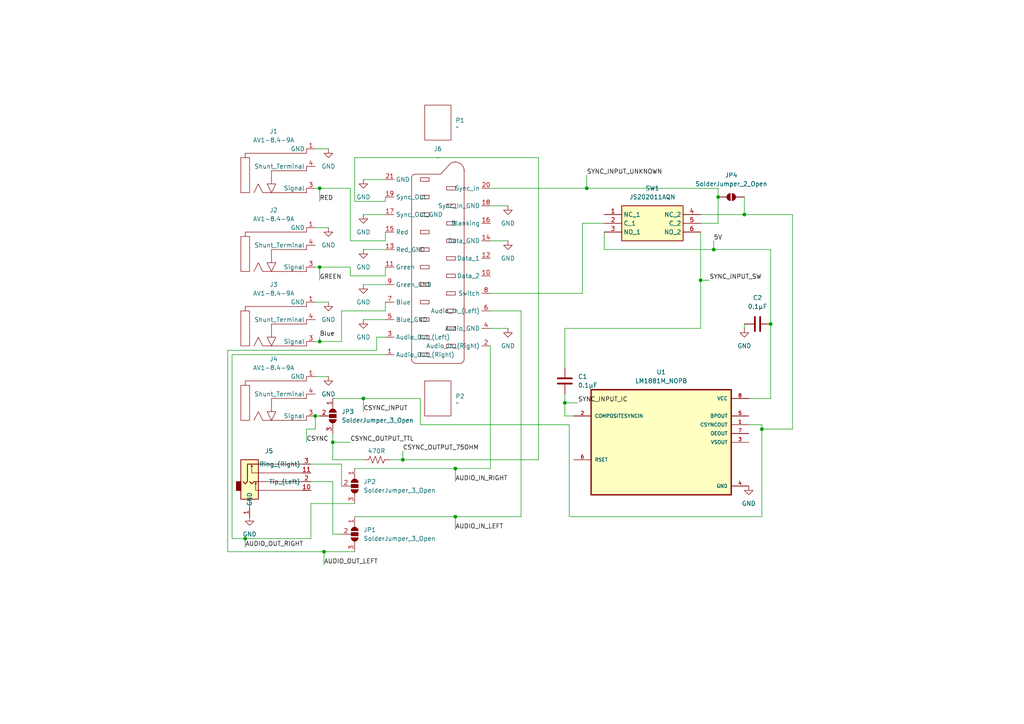
<source format=kicad_sch>
(kicad_sch (version 20250114) (generator "eeschema") (generator_version "9.0")
  (paper "A4")
  (lib_symbols
    (symbol "Custom_Connectors:1-RCA_972_(AV1-8.4-9A)"
      (property "Reference" "J" (at -17.018 8.89 0))
      (property "Value" "AV1-8.4-9A" (at -8.89 -5.588 0))
      (symbol "1-RCA_972_(AV1-8.4-9A)_0_1"
        (rectangle (start -21.59 6.35) (end -19.05 -3.81))
        (polyline (pts (xy -2.54 8.89) (xy -2.54 7.62)))
        (polyline (pts (xy -2.54 7.62) (xy -20.32 7.62) (xy -20.32 6.35)))
        (polyline (pts (xy -2.54 3.81) (xy -2.54 2.54)))
        (polyline (pts (xy -2.54 2.54) (xy -12.7 2.54) (xy -12.7 -1.27) (xy -13.97 -1.27) (xy -12.7 -3.81) (xy -11.43 -1.27) (xy -12.7 -1.27)))
        (polyline (pts (xy -2.54 -2.54) (xy -2.54 -3.81)))
        (polyline (pts (xy -2.54 -3.81) (xy -15.24 -3.81) (xy -16.51 -1.27) (xy -17.78 -3.81)))
      )
      (symbol "1-RCA_972_(AV1-8.4-9A)_1_1"
        (pin input line (at 0 8.89 180) (length 2.54) (name "GND") (number "1"))
        (pin input line (at 0 3.81 180) (length 2.54) (name "Shunt_Terminal") (number "4"))
        (pin input line (at 0 -2.54 180) (length 2.54) (name "Signal") (number "3"))
      )
    )
    (symbol "Custom_Connectors:Female_3.5mm_Stereo_SJ1-3525N"
      (property "Reference" "J" (at 0 0 0))
      (symbol "Female_3.5mm_Stereo_SJ1-3525N_0_1"
        (rectangle (start -7.62 6.35) (end -6.35 3.81) (stroke (width 0.254)) (fill (type outline)))
        (polyline (pts (xy -3.81 6.35) (xy -3.175 5.715) (xy -2.54 6.35) (xy -1.27 6.35)) (stroke (width 0.254)))
        (polyline (pts (xy -3.81 -1.27) (xy -3.81 1.27)))
        (polyline (pts (xy -3.175 11.176) (xy -2.921 10.668)))
        (polyline (pts (xy -2.032 6.096) (xy -1.778 5.588)))
        (rectangle (start -1.27 12.7) (end -6.35 1.27) (stroke (width 0.254)) (fill (type background)))
        (polyline (pts (xy -1.27 11.43) (xy -4.445 11.43) (xy -4.445 6.35) (xy -5.08 5.715) (xy -5.715 6.35)) (stroke (width 0.254)))
        (polyline (pts (xy -1.27 8.89) (xy 0 8.89)))
        (polyline (pts (xy -1.27 8.89) (xy -3.175 8.89) (xy -3.175 11.176) (xy -3.429 10.668)))
        (polyline (pts (xy -1.27 3.81) (xy 0 3.81)))
        (polyline (pts (xy -1.27 3.81) (xy -2.032 3.81) (xy -2.032 6.096) (xy -2.286 5.588)))
        (polyline (pts (xy 0 11.43) (xy -1.27 11.43)))
        (polyline (pts (xy 0 11.43) (xy 11.43 11.43)))
        (polyline (pts (xy 0 6.35) (xy -1.27 6.35)))
        (polyline (pts (xy 0 6.35) (xy 10.16 6.35)))
        (polyline (pts (xy 11.43 8.89) (xy 0 8.89)))
        (polyline (pts (xy 11.43 6.35) (xy 10.16 6.35)))
        (polyline (pts (xy 11.43 3.81) (xy 0 3.81)))
      )
      (symbol "Female_3.5mm_Stereo_SJ1-3525N_1_1"
        (pin passive line (at -3.81 -3.81 90) (length 2.54) (name "GND") (number "1"))
        (pin passive line (at 13.97 11.43 180) (length 2.54) (name "Ring_(Right)") (number "3"))
        (pin passive line (at 13.97 8.89 180) (length 2.54) (name "~") (number "11"))
        (pin passive line (at 13.97 6.35 180) (length 2.54) (name "Tip_(Left)") (number "2"))
        (pin passive line (at 13.97 3.81 180) (length 2.54) (name "~") (number "10"))
      )
    )
    (symbol "Custom_Connectors:SCART_Female_90"
      (property "Reference" "J" (at 0 0 0))
      (symbol "SCART_Female_90_0_1"
        (polyline (pts (xy -7.62 55.1434) (xy -7.62 56.4134)))
        (polyline (pts (xy -7.62 55.1434) (xy -7.62 54.61)))
        (polyline (pts (xy -7.62 53.34) (xy -7.62 54.61)))
        (polyline (pts (xy -7.62 53.34) (xy -7.62 3.81)))
        (polyline (pts (xy -6.604 57.4294) (xy 0.508 57.4294)))
        (arc (start -7.62 56.4134) (mid -7.3211 57.1305) (end -6.604 57.4294))
        (polyline (pts (xy -6.35 2.54) (xy 6.35 2.54)))
        (arc (start -6.35 2.54) (mid -7.248 2.912) (end -7.62 3.81))
        (rectangle (start -5.08 56.388) (end -2.54 55.372))
        (rectangle (start -5.08 51.308) (end -2.54 50.292))
        (rectangle (start -5.08 46.228) (end -2.54 45.212))
        (rectangle (start -5.08 41.148) (end -2.54 40.132))
        (rectangle (start -5.08 36.068) (end -2.54 35.052))
        (rectangle (start -5.08 30.988) (end -2.54 29.972))
        (rectangle (start -5.08 25.908) (end -2.54 24.892))
        (rectangle (start -5.08 20.828) (end -2.54 19.812))
        (rectangle (start -5.08 15.748) (end -2.54 14.732))
        (rectangle (start -5.08 10.668) (end -2.54 9.652))
        (rectangle (start -5.08 5.588) (end -2.54 4.572))
        (arc (start 1.2192 57.9374) (mid 0.9551 57.5487) (end 0.508 57.404))
        (rectangle (start 2.54 53.848) (end 5.08 52.832))
        (rectangle (start 2.54 48.768) (end 5.08 47.752))
        (rectangle (start 2.54 43.688) (end 5.08 42.672))
        (rectangle (start 2.54 38.608) (end 5.08 37.592))
        (rectangle (start 2.54 33.528) (end 5.08 32.512))
        (rectangle (start 2.54 28.448) (end 5.08 27.432))
        (rectangle (start 2.54 23.368) (end 5.08 22.352))
        (rectangle (start 2.54 18.288) (end 5.08 17.272))
        (rectangle (start 2.54 13.208) (end 5.08 12.192))
        (rectangle (start 2.54 8.128) (end 5.08 7.112))
        (polyline (pts (xy 3.302 60.198) (xy 1.27 57.912)))
        (arc (start 3.3782 60.1726) (mid 3.9998 60.7544) (end 4.826 60.96))
        (polyline (pts (xy 4.826 60.96) (xy 5.08 60.96)))
        (arc (start 5.08 60.96) (mid 6.8761 60.2161) (end 7.62 58.42))
        (arc (start 7.62 3.81) (mid 7.248 2.912) (end 6.35 2.54))
        (polyline (pts (xy 7.62 3.81) (xy 7.62 58.6994)))
      )
      (symbol "SCART_Female_90_1_1"
        (pin passive line (at -15.24 55.88 0) (length 2.54) (name "GND") (number "21"))
        (pin passive line (at -15.24 50.8 0) (length 2.54) (name "Sync_Out") (number "19"))
        (pin passive line (at -15.24 45.72 0) (length 2.54) (name "Sync_Out_GND") (number "17"))
        (pin passive line (at -15.24 40.64 0) (length 2.54) (name "Red") (number "15"))
        (pin passive line (at -15.24 35.56 0) (length 2.54) (name "Red_GND") (number "13"))
        (pin passive line (at -15.24 30.48 0) (length 2.54) (name "Green") (number "11"))
        (pin passive line (at -15.24 25.4 0) (length 2.54) (name "Green_GND") (number "9"))
        (pin passive line (at -15.24 20.32 0) (length 2.54) (name "Blue") (number "7"))
        (pin passive line (at -15.24 15.24 0) (length 2.54) (name "Blue_GND") (number "5"))
        (pin passive line (at -15.24 10.16 0) (length 2.54) (name "Audio_Out_(Left)") (number "3"))
        (pin passive line (at -15.24 5.08 0) (length 2.54) (name "Audio_Out_(Right)") (number "1"))
        (pin passive line (at 15.24 53.34 180) (length 2.54) (name "Sync_In") (number "20"))
        (pin passive line (at 15.24 48.26 180) (length 2.54) (name "Sync_In_GND") (number "18"))
        (pin passive line (at 15.24 43.18 180) (length 2.54) (name "Blanking") (number "16"))
        (pin passive line (at 15.24 38.1 180) (length 2.54) (name "Data_GND") (number "14"))
        (pin passive line (at 15.24 33.02 180) (length 2.54) (name "Data_1") (number "12"))
        (pin passive line (at 15.24 27.94 180) (length 2.54) (name "Data_2") (number "10"))
        (pin passive line (at 15.24 22.86 180) (length 2.54) (name "Switch") (number "8"))
        (pin passive line (at 15.24 17.78 180) (length 2.54) (name "Audio_In_(Left)") (number "6"))
        (pin passive line (at 15.24 12.7 180) (length 2.54) (name "Audio_GND") (number "4"))
        (pin passive line (at 15.24 7.62 180) (length 2.54) (name "Audio_In_(Right)") (number "2"))
      )
    )
    (symbol "Custom_Hardware:PEM_M4_Post_SMTRAM4-9-7ET"
      (property "Reference" "P" (at 0 0 0))
      (symbol "PEM_M4_Post_SMTRAM4-9-7ET_0_1"
        (rectangle (start -3.81 5.08) (end 3.81 -5.08))
      )
    )
    (symbol "Custom_IC:LM1881M_NOPB" (pin_names (offset 1.016))
      (property "Reference" "U" (at -20.32 16.24 0))
      (property "Value" "LM1881M_NOPB" (at -9.144 -23.114 0))
      (symbol "LM1881M_NOPB_0_0"
        (rectangle (start -20.32 -15.24) (end 20.32 15.24) (stroke (width 0.41)) (fill (type background)))
        (pin input line (at -25.4 7.62 0) (length 5.08) (name "COMPOSITESYNCIN") (number "2"))
        (pin bidirectional line (at -25.4 -5.08 0) (length 5.08) (name "RSET") (number "6"))
        (pin power_in line (at 25.4 12.7 180) (length 5.08) (name "VCC") (number "8"))
        (pin output line (at 25.4 7.62 180) (length 5.08) (name "BPOUT") (number "5"))
        (pin output line (at 25.4 5.08 180) (length 5.08) (name "CSYNCOUT") (number "1"))
        (pin output line (at 25.4 2.54 180) (length 5.08) (name "OEOUT") (number "7"))
        (pin output line (at 25.4 0 180) (length 5.08) (name "VSOUT") (number "3"))
        (pin power_in line (at 25.4 -12.7 180) (length 5.08) (name "GND") (number "4"))
      )
    )
    (symbol "Custom_Switches:JS202011AQN"
      (property "Reference" "SW" (at 24.13 7.62 0))
      (property "Value" "JS202011AQN" (at 24.13 5.08 0))
      (symbol "JS202011AQN_1_1"
        (rectangle (start 5.08 2.54) (end 22.86 -7.62) (stroke (width 0.254)) (fill (type background)))
        (pin passive line (at 0 0 0) (length 5.08) (name "NC_1") (number "1"))
        (pin passive line (at 0 -2.54 0) (length 5.08) (name "C_1") (number "2"))
        (pin passive line (at 0 -5.08 0) (length 5.08) (name "NO_1") (number "3"))
        (pin passive line (at 27.94 0 180) (length 5.08) (name "NC_2") (number "4"))
        (pin passive line (at 27.94 -2.54 180) (length 5.08) (name "C_2") (number "5"))
        (pin passive line (at 27.94 -5.08 180) (length 5.08) (name "NO_2") (number "6"))
      )
    )
    (symbol "Device:C" (pin_numbers (hide yes)) (pin_names (offset 0.254))
      (property "Reference" "C" (at 0.635 2.54 0))
      (property "Value" "C" (at 0.635 -2.54 0))
      (symbol "C_0_1"
        (polyline (pts (xy -2.032 0.762) (xy 2.032 0.762)) (stroke (width 0.508)))
        (polyline (pts (xy -2.032 -0.762) (xy 2.032 -0.762)) (stroke (width 0.508)))
      )
      (symbol "C_1_1"
        (pin passive line (at 0 3.81 270) (length 2.794) (name "~") (number "1"))
        (pin passive line (at 0 -3.81 90) (length 2.794) (name "~") (number "2"))
      )
    )
    (symbol "Device:R_US" (pin_numbers (hide yes)) (pin_names (offset 0))
      (property "Reference" "R" (at 2.54 0 90))
      (property "Value" "R_US" (at -2.54 0 90))
      (symbol "R_US_0_1"
        (polyline (pts (xy 0 2.286) (xy 0 2.54)))
        (polyline (pts (xy 0 2.286) (xy 1.016 1.905) (xy 0 1.524) (xy -1.016 1.143) (xy 0 0.762)))
        (polyline (pts (xy 0 0.762) (xy 1.016 0.381) (xy 0 0) (xy -1.016 -0.381) (xy 0 -0.762)))
        (polyline (pts (xy 0 -0.762) (xy 1.016 -1.143) (xy 0 -1.524) (xy -1.016 -1.905) (xy 0 -2.286)))
        (polyline (pts (xy 0 -2.286) (xy 0 -2.54)))
      )
      (symbol "R_US_1_1"
        (pin passive line (at 0 3.81 270) (length 1.27) (name "~") (number "1"))
        (pin passive line (at 0 -3.81 90) (length 1.27) (name "~") (number "2"))
      )
    )
    (symbol "Jumper:SolderJumper_2_Open" (pin_numbers (hide yes)) (pin_names (offset 0) (hide yes)) (exclude_from_sim yes) (in_bom no)
      (property "Reference" "JP" (at 0 2.032 0))
      (property "Value" "SolderJumper_2_Open" (at 0 -2.54 0))
      (symbol "SolderJumper_2_Open_0_1"
        (polyline (pts (xy -0.254 1.016) (xy -0.254 -1.016)))
        (arc (start -0.254 -1.016) (mid -1.2656 0) (end -0.254 1.016))
        (arc (start -0.254 -1.016) (mid -1.2656 0) (end -0.254 1.016) (fill (type outline)))
        (arc (start 0.254 1.016) (mid 1.2656 0) (end 0.254 -1.016))
        (arc (start 0.254 1.016) (mid 1.2656 0) (end 0.254 -1.016) (fill (type outline)))
        (polyline (pts (xy 0.254 1.016) (xy 0.254 -1.016)))
      )
      (symbol "SolderJumper_2_Open_1_1"
        (pin passive line (at -3.81 0 0) (length 2.54) (name "A") (number "1"))
        (pin passive line (at 3.81 0 180) (length 2.54) (name "B") (number "2"))
      )
    )
    (symbol "Jumper:SolderJumper_3_Open" (pin_names (offset 0) (hide yes)) (exclude_from_sim yes) (in_bom no)
      (property "Reference" "JP" (at -2.54 -2.54 0))
      (property "Value" "SolderJumper_3_Open" (at 0 2.794 0))
      (symbol "SolderJumper_3_Open_0_1"
        (polyline (pts (xy -2.54 0) (xy -2.032 0)))
        (polyline (pts (xy -1.016 1.016) (xy -1.016 -1.016)))
        (arc (start -1.016 -1.016) (mid -2.0276 0) (end -1.016 1.016))
        (arc (start -1.016 -1.016) (mid -2.0276 0) (end -1.016 1.016) (fill (type outline)))
        (rectangle (start -0.508 1.016) (end 0.508 -1.016) (fill (type outline)))
        (polyline (pts (xy 0 -1.27) (xy 0 -1.016)))
        (arc (start 1.016 1.016) (mid 2.0276 0) (end 1.016 -1.016))
        (arc (start 1.016 1.016) (mid 2.0276 0) (end 1.016 -1.016) (fill (type outline)))
        (polyline (pts (xy 1.016 1.016) (xy 1.016 -1.016)))
        (polyline (pts (xy 2.54 0) (xy 2.032 0)))
      )
      (symbol "SolderJumper_3_Open_1_1"
        (pin passive line (at -5.08 0 0) (length 2.54) (name "A") (number "1"))
        (pin passive line (at 0 -3.81 90) (length 2.54) (name "C") (number "2"))
        (pin passive line (at 5.08 0 180) (length 2.54) (name "B") (number "3"))
      )
    )
    (symbol "power:GND" (power) (pin_numbers (hide yes)) (pin_names (offset 0) (hide yes))
      (property "Value" "GND" (at 0 -3.81 0))
      (symbol "GND_0_1"
        (polyline (pts (xy 0 0) (xy 0 -1.27) (xy 1.27 -1.27) (xy 0 -2.54) (xy -1.27 -1.27) (xy 0 -1.27)))
      )
      (symbol "GND_1_1"
        (pin power_in line (at 0 0 270) (length 0) (name "~") (number "1"))
      )
    )
  )
  (junction (at 93.98 160.02))
  (junction (at 92.71 54.61))
  (junction (at 71.12 156.21))
  (junction (at 132.08 149.86))
  (junction (at 92.71 77.47))
  (junction (at 163.83 116.84))
  (junction (at 220.98 124.46))
  (junction (at 203.2 81.28))
  (junction (at 208.28 57.15))
  (junction (at 92.71 99.06))
  (junction (at 105.41 115.57))
  (junction (at 207.01 72.39))
  (junction (at 96.52 128.27))
  (junction (at 132.08 135.89))
  (junction (at 170.18 54.61))
  (junction (at 223.52 93.98))
  (junction (at 116.84 133.35))
  (junction (at 215.9 62.23))
  (junction (at 91.44 120.65))
  (wire (pts (xy 71.12 156.21) (xy 71.12 158.75)))
  (wire (pts (xy 111.76 58.42) (xy 111.76 57.15)))
  (wire (pts (xy 111.76 90.17) (xy 111.76 87.63)))
  (wire (pts (xy 99.06 90.17) (xy 99.06 99.06)))
  (wire (pts (xy 163.83 95.25) (xy 203.2 95.25)))
  (wire (pts (xy 156.21 45.72) (xy 102.87 45.72)))
  (wire (pts (xy 101.6 80.01) (xy 101.6 77.47)))
  (wire (pts (xy 105.41 115.57) (xy 105.41 119.38)))
  (wire (pts (xy 121.92 123.19) (xy 121.92 115.57)))
  (wire (pts (xy 142.24 90.17) (xy 151.13 90.17)))
  (wire (pts (xy 92.71 54.61) (xy 101.6 54.61)))
  (wire (pts (xy 92.71 77.47) (xy 91.44 77.47)))
  (wire (pts (xy 88.9 124.46) (xy 91.44 124.46)))
  (wire (pts (xy 90.17 139.7) (xy 96.52 139.7)))
  (wire (pts (xy 96.52 128.27) (xy 101.6 128.27)))
  (wire (pts (xy 220.98 123.19) (xy 217.17 123.19)))
  (wire (pts (xy 223.52 115.57) (xy 223.52 93.98)))
  (wire (pts (xy 229.87 62.23) (xy 229.87 124.46)))
  (wire (pts (xy 113.03 133.35) (xy 116.84 133.35)))
  (wire (pts (xy 203.2 95.25) (xy 203.2 81.28)))
  (wire (pts (xy 71.12 156.21) (xy 90.17 156.21)))
  (wire (pts (xy 105.41 92.71) (xy 111.76 92.71)))
  (wire (pts (xy 96.52 133.35) (xy 105.41 133.35)))
  (wire (pts (xy 105.41 62.23) (xy 111.76 62.23)))
  (wire (pts (xy 203.2 81.28) (xy 205.74 81.28)))
  (wire (pts (xy 132.08 149.86) (xy 151.13 149.86)))
  (wire (pts (xy 105.41 115.57) (xy 96.52 115.57)))
  (wire (pts (xy 66.04 101.6) (xy 66.04 160.02)))
  (wire (pts (xy 207.01 72.39) (xy 175.26 72.39)))
  (wire (pts (xy 220.98 124.46) (xy 220.98 123.19)))
  (wire (pts (xy 92.71 54.61) (xy 92.71 58.42)))
  (wire (pts (xy 116.84 133.35) (xy 156.21 133.35)))
  (wire (pts (xy 91.44 120.65) (xy 92.71 120.65)))
  (wire (pts (xy 156.21 133.35) (xy 156.21 45.72)))
  (wire (pts (xy 99.06 99.06) (xy 92.71 99.06)))
  (wire (pts (xy 163.83 114.3) (xy 163.83 116.84)))
  (wire (pts (xy 111.76 67.31) (xy 111.76 69.85)))
  (wire (pts (xy 93.98 163.83) (xy 93.98 160.02)))
  (wire (pts (xy 93.98 160.02) (xy 102.87 160.02)))
  (wire (pts (xy 208.28 64.77) (xy 203.2 64.77)))
  (wire (pts (xy 96.52 128.27) (xy 96.52 133.35)))
  (wire (pts (xy 102.87 149.86) (xy 132.08 149.86)))
  (wire (pts (xy 91.44 124.46) (xy 91.44 120.65)))
  (wire (pts (xy 102.87 135.89) (xy 132.08 135.89)))
  (wire (pts (xy 132.08 135.89) (xy 142.24 135.89)))
  (wire (pts (xy 102.87 45.72) (xy 102.87 58.42)))
  (wire (pts (xy 109.22 101.6) (xy 66.04 101.6)))
  (wire (pts (xy 101.6 69.85) (xy 101.6 54.61)))
  (wire (pts (xy 142.24 59.69) (xy 147.32 59.69)))
  (wire (pts (xy 163.83 116.84) (xy 163.83 120.65)))
  (wire (pts (xy 91.44 43.18) (xy 95.25 43.18)))
  (wire (pts (xy 168.91 64.77) (xy 175.26 64.77)))
  (wire (pts (xy 91.44 87.63) (xy 95.25 87.63)))
  (wire (pts (xy 223.52 115.57) (xy 217.17 115.57)))
  (wire (pts (xy 121.92 115.57) (xy 105.41 115.57)))
  (wire (pts (xy 165.1 149.86) (xy 220.98 149.86)))
  (wire (pts (xy 175.26 72.39) (xy 175.26 67.31)))
  (wire (pts (xy 203.2 81.28) (xy 203.2 67.31)))
  (wire (pts (xy 111.76 102.87) (xy 67.31 102.87)))
  (wire (pts (xy 220.98 149.86) (xy 220.98 124.46)))
  (wire (pts (xy 67.31 102.87) (xy 67.31 156.21)))
  (wire (pts (xy 90.17 146.05) (xy 102.87 146.05)))
  (wire (pts (xy 142.24 85.09) (xy 168.91 85.09)))
  (wire (pts (xy 101.6 77.47) (xy 92.71 77.47)))
  (wire (pts (xy 223.52 93.98) (xy 223.52 72.39)))
  (wire (pts (xy 163.83 106.68) (xy 163.83 95.25)))
  (wire (pts (xy 170.18 50.8) (xy 170.18 54.61)))
  (wire (pts (xy 96.52 154.94) (xy 96.52 139.7)))
  (wire (pts (xy 121.92 123.19) (xy 165.1 123.19)))
  (wire (pts (xy 111.76 90.17) (xy 99.06 90.17)))
  (wire (pts (xy 215.9 62.23) (xy 203.2 62.23)))
  (wire (pts (xy 111.76 77.47) (xy 111.76 80.01)))
  (wire (pts (xy 132.08 153.67) (xy 132.08 149.86)))
  (wire (pts (xy 142.24 100.33) (xy 142.24 135.89)))
  (wire (pts (xy 67.31 156.21) (xy 71.12 156.21)))
  (wire (pts (xy 90.17 134.62) (xy 99.06 134.62)))
  (wire (pts (xy 170.18 54.61) (xy 208.28 54.61)))
  (wire (pts (xy 111.76 80.01) (xy 101.6 80.01)))
  (wire (pts (xy 92.71 99.06) (xy 91.44 99.06)))
  (wire (pts (xy 111.76 97.79) (xy 109.22 97.79)))
  (wire (pts (xy 215.9 93.98) (xy 215.9 95.25)))
  (wire (pts (xy 142.24 95.25) (xy 147.32 95.25)))
  (wire (pts (xy 142.24 54.61) (xy 170.18 54.61)))
  (wire (pts (xy 208.28 57.15) (xy 208.28 64.77)))
  (wire (pts (xy 116.84 130.81) (xy 116.84 133.35)))
  (wire (pts (xy 165.1 123.19) (xy 165.1 149.86)))
  (wire (pts (xy 215.9 57.15) (xy 215.9 62.23)))
  (wire (pts (xy 99.06 140.97) (xy 99.06 134.62)))
  (wire (pts (xy 92.71 77.47) (xy 92.71 81.28)))
  (wire (pts (xy 168.91 85.09) (xy 168.91 64.77)))
  (wire (pts (xy 109.22 97.79) (xy 109.22 101.6)))
  (wire (pts (xy 105.41 72.39) (xy 111.76 72.39)))
  (wire (pts (xy 92.71 97.79) (xy 92.71 99.06)))
  (wire (pts (xy 90.17 156.21) (xy 90.17 146.05)))
  (wire (pts (xy 132.08 135.89) (xy 132.08 139.7)))
  (wire (pts (xy 207.01 69.85) (xy 207.01 72.39)))
  (wire (pts (xy 111.76 69.85) (xy 101.6 69.85)))
  (wire (pts (xy 105.41 52.07) (xy 111.76 52.07)))
  (wire (pts (xy 223.52 72.39) (xy 207.01 72.39)))
  (wire (pts (xy 66.04 160.02) (xy 93.98 160.02)))
  (wire (pts (xy 88.9 128.27) (xy 88.9 124.46)))
  (wire (pts (xy 91.44 66.04) (xy 95.25 66.04)))
  (wire (pts (xy 96.52 125.73) (xy 96.52 128.27)))
  (wire (pts (xy 166.37 120.65) (xy 163.83 120.65)))
  (wire (pts (xy 91.44 109.22) (xy 95.25 109.22)))
  (wire (pts (xy 99.06 154.94) (xy 96.52 154.94)))
  (wire (pts (xy 102.87 58.42) (xy 111.76 58.42)))
  (wire (pts (xy 220.98 124.46) (xy 229.87 124.46)))
  (wire (pts (xy 105.41 82.55) (xy 111.76 82.55)))
  (wire (pts (xy 142.24 69.85) (xy 147.32 69.85)))
  (wire (pts (xy 229.87 62.23) (xy 215.9 62.23)))
  (wire (pts (xy 91.44 54.61) (xy 92.71 54.61)))
  (wire (pts (xy 163.83 116.84) (xy 167.64 116.84)))
  (wire (pts (xy 208.28 54.61) (xy 208.28 57.15)))
  (wire (pts (xy 151.13 90.17) (xy 151.13 149.86)))
  (label "AUDIO_OUT_RIGHT" (at 71.12 158.75 0))
  (label "SYNC_INPUT_IC" (at 167.64 116.84 0))
  (label "CSYNC" (at 88.9 128.27 0))
  (label "SYNC_INPUT_SW" (at 205.74 81.28 0))
  (label "AUDIO_OUT_LEFT" (at 93.98 163.83 0))
  (label "GREEN" (at 92.71 81.28 0))
  (label "CSYNC_OUTPUT_TTL" (at 101.6 128.27 0))
  (label "CSYNC_OUTPUT_75OHM" (at 116.84 130.81 0))
  (label "RED" (at 92.71 58.42 0))
  (label "AUDIO_IN_LEFT" (at 132.08 153.67 0))
  (label "AUDIO_IN_RIGHT" (at 132.08 139.7 0))
  (label "SYNC_INPUT_UNKNOWN" (at 170.18 50.8 0))
  (label "5V" (at 207.01 69.85 0))
  (label "Blue" (at 92.71 97.79 0))
  (label "CSYNC_INPUT" (at 105.41 119.38 0))
  (symbol (lib_id "power:GND") (at 105.41 62.23 0) (unit 1)
    (property "Reference" "#PWR07" (effects (hide yes)))
    (property "Value" "GND" (at 105.41 67.31 0))
    (property "Description" "Power symbol creates a global label with name \"GND\" , ground" (effects (hide yes)))
  )
  (symbol (lib_id "power:GND") (at 105.41 82.55 0) (unit 1)
    (property "Reference" "#PWR012" (effects (hide yes)))
    (property "Value" "GND" (at 105.41 87.63 0))
    (property "Description" "Power symbol creates a global label with name \"GND\" , ground" (effects (hide yes)))
  )
  (symbol (lib_id "power:GND") (at 105.41 52.07 0) (unit 1)
    (property "Reference" "#PWR06" (effects (hide yes)))
    (property "Value" "GND" (at 105.41 57.15 0))
    (property "Description" "Power symbol creates a global label with name \"GND\" , ground" (effects (hide yes)))
  )
  (symbol (lib_id "Device:C") (at 219.71 93.98 90) (unit 1)
    (property "Reference" "C2" (at 219.71 86.36 90))
    (property "Value" "0.1µF" (at 219.71 88.9 90))
    (property "Footprint" "Capacitor_SMD:C_0805_2012Metric_Pad1.18x1.45mm_HandSolder" (effects (hide yes)))
    (property "Description" "Unpolarized capacitor" (effects (hide yes)))
  )
  (symbol (lib_id "Custom_Connectors:1-RCA_972_(AV1-8.4-9A)") (at 91.44 118.11 0) (unit 1)
    (property "Reference" "J4" (at 79.375 104.14 0))
    (property "Value" "AV1-8.4-9A" (at 79.375 106.68 0))
    (property "Footprint" "Custom_Connectors:1-RCA 972 (AV1-8.4-91)" (effects (hide yes)))
    (property "Datasheet" "https://www.keyelco.com/userAssets/file/M65p106.pdf" (effects (hide yes)))
  )
  (symbol (lib_id "Custom_Connectors:1-RCA_972_(AV1-8.4-9A)") (at 91.44 96.52 0) (unit 1)
    (property "Reference" "J3" (at 79.375 82.55 0))
    (property "Value" "AV1-8.4-9A" (at 79.375 85.09 0))
    (property "Footprint" "Custom_Connectors:1-RCA 972 (AV1-8.4-91)" (effects (hide yes)))
    (property "Datasheet" "https://www.keyelco.com/userAssets/file/M65p106.pdf" (effects (hide yes)))
  )
  (symbol (lib_id "power:GND") (at 95.25 109.22 0) (unit 1)
    (property "Reference" "#PWR01" (effects (hide yes)))
    (property "Value" "GND" (at 95.25 114.3 0))
    (property "Description" "Power symbol creates a global label with name \"GND\" , ground" (effects (hide yes)))
  )
  (symbol (lib_id "Custom_Hardware:PEM_M4_Post_SMTRAM4-9-7ET") (at 127 115.57 0) (unit 1)
    (property "Reference" "P2" (at 132.08 114.9349 0) (effects (justify left)))
    (property "Value" "~" (at 132.08 116.84 0) (effects (justify left)))
    (property "Footprint" "Custom_Hardware:PEM M4 Post SMTRAM4-9-7ET" (effects (hide yes)))
  )
  (symbol (lib_id "power:GND") (at 95.25 87.63 0) (unit 1)
    (property "Reference" "#PWR09" (effects (hide yes)))
    (property "Value" "GND" (at 95.25 92.71 0))
    (property "Description" "Power symbol creates a global label with name \"GND\" , ground" (effects (hide yes)))
  )
  (symbol (lib_id "power:GND") (at 72.39 149.86 0) (unit 1)
    (property "Reference" "#PWR013" (effects (hide yes)))
    (property "Value" "GND" (at 72.39 154.94 0))
    (property "Description" "Power symbol creates a global label with name \"GND\" , ground" (effects (hide yes)))
  )
  (symbol (lib_id "Device:R_US") (at 109.22 133.35 90) (unit 1)
    (property "Reference" "R1" (effects (hide yes)))
    (property "Value" "470R" (at 109.22 130.81 90))
    (property "Footprint" "Resistor_SMD:R_0805_2012Metric_Pad1.20x1.40mm_HandSolder" (effects (hide yes)))
    (property "Description" "Resistor, US symbol" (effects (hide yes)))
  )
  (symbol (lib_id "Custom_Switches:JS202011AQN") (at 175.26 62.23 0) (unit 1)
    (property "Reference" "SW1" (at 189.23 54.61 0))
    (property "Value" "JS202011AQN" (at 189.23 57.15 0))
    (property "Footprint" "Custom_Switches:JS202011AQN" (effects (hide yes)))
    (property "Datasheet" "https://www.ckswitches.com/media/1422/js.pdf" (effects (hide yes)))
    (property "Description" "SWITCH SLIDE SPDT 300MA 6V" (effects (hide yes)))
    (property "Height" "3" (effects (hide yes)))
    (property "Mouser Part Number" "611-JS202011AQN" (effects (hide yes)))
    (property "Mouser Price/Stock" "https://www.mouser.co.uk/ProductDetail/CK/JS202011AQN?qs=LgMIjt8LuD%252Bmsz6wAeWWtQ%3D%3D" (effects (hide yes)))
    (property "Manufacturer_Name" "C & K COMPONENTS" (effects (hide yes)))
    (property "Manufacturer_Part_Number" "JS202011AQN" (effects (hide yes)))
  )
  (symbol (lib_id "power:GND") (at 147.32 69.85 0) (unit 1)
    (property "Reference" "#PWR03" (effects (hide yes)))
    (property "Value" "GND" (at 147.32 74.93 0))
    (property "Description" "Power symbol creates a global label with name \"GND\" , ground" (effects (hide yes)))
  )
  (symbol (lib_id "power:GND") (at 217.17 140.97 0) (unit 1)
    (property "Reference" "#PWR014" (effects (hide yes)))
    (property "Value" "GND" (at 217.17 146.05 0))
    (property "Description" "Power symbol creates a global label with name \"GND\" , ground" (effects (hide yes)))
  )
  (symbol (lib_id "power:GND") (at 95.25 66.04 0) (unit 1)
    (property "Reference" "#PWR010" (effects (hide yes)))
    (property "Value" "GND" (at 95.25 71.12 0))
    (property "Description" "Power symbol creates a global label with name \"GND\" , ground" (effects (hide yes)))
  )
  (symbol (lib_id "Jumper:SolderJumper_3_Open") (at 102.87 154.94 270) (unit 1) (exclude_from_sim yes) (in_bom no)
    (property "Reference" "JP1" (at 105.41 153.6699 90) (effects (justify left)))
    (property "Value" "SolderJumper_3_Open" (at 105.41 156.2099 90) (effects (justify left)))
    (property "Footprint" "Custom_Jumpers:Solder Jumper Small 3-Way" (effects (hide yes)))
    (property "Description" "Solder Jumper, 3-pole, open" (effects (hide yes)))
  )
  (symbol (lib_id "power:GND") (at 95.25 43.18 0) (unit 1)
    (property "Reference" "#PWR011" (effects (hide yes)))
    (property "Value" "GND" (at 95.25 48.26 0))
    (property "Description" "Power symbol creates a global label with name \"GND\" , ground" (effects (hide yes)))
  )
  (symbol (lib_id "power:GND") (at 105.41 92.71 0) (unit 1)
    (property "Reference" "#PWR08" (effects (hide yes)))
    (property "Value" "GND" (at 105.41 97.79 0))
    (property "Description" "Power symbol creates a global label with name \"GND\" , ground" (effects (hide yes)))
  )
  (symbol (lib_id "Jumper:SolderJumper_3_Open") (at 102.87 140.97 270) (unit 1) (exclude_from_sim yes) (in_bom no)
    (property "Reference" "JP2" (at 105.41 139.6999 90) (effects (justify left)))
    (property "Value" "SolderJumper_3_Open" (at 105.41 142.2399 90) (effects (justify left)))
    (property "Footprint" "Custom_Jumpers:Solder Jumper Small 3-Way" (effects (hide yes)))
    (property "Description" "Solder Jumper, 3-pole, open" (effects (hide yes)))
  )
  (symbol (lib_id "Custom_Hardware:PEM_M4_Post_SMTRAM4-9-7ET") (at 127 35.56 0) (unit 1)
    (property "Reference" "P1" (at 132.08 34.9249 0) (effects (justify left)))
    (property "Value" "~" (at 132.08 36.83 0) (effects (justify left)))
    (property "Footprint" "Custom_Hardware:PEM M4 Post SMTRAM4-9-7ET" (effects (hide yes)))
  )
  (symbol (lib_id "power:GND") (at 215.9 95.25 0) (unit 1)
    (property "Reference" "#PWR015" (effects (hide yes)))
    (property "Value" "GND" (at 215.9 100.33 0))
    (property "Description" "Power symbol creates a global label with name \"GND\" , ground" (effects (hide yes)))
  )
  (symbol (lib_id "Custom_Connectors:SCART_Female_90") (at 127 107.95 0) (unit 1)
    (property "Reference" "J6" (at 127 43.18 0))
    (property "Value" "~" (at 127 45.72 0))
    (property "Footprint" "Custom_Connectors:Female_SCART_(90)" (effects (hide yes)))
  )
  (symbol (lib_id "power:GND") (at 147.32 59.69 0) (unit 1)
    (property "Reference" "#PWR02" (effects (hide yes)))
    (property "Value" "GND" (at 147.32 64.77 0))
    (property "Description" "Power symbol creates a global label with name \"GND\" , ground" (effects (hide yes)))
  )
  (symbol (lib_id "Custom_Connectors:1-RCA_972_(AV1-8.4-9A)") (at 91.44 74.93 0) (unit 1)
    (property "Reference" "J2" (at 79.375 60.96 0))
    (property "Value" "AV1-8.4-9A" (at 79.375 63.5 0))
    (property "Footprint" "Custom_Connectors:1-RCA 972 (AV1-8.4-91)" (effects (hide yes)))
    (property "Datasheet" "https://www.keyelco.com/userAssets/file/M65p106.pdf" (effects (hide yes)))
  )
  (symbol (lib_id "power:GND") (at 105.41 72.39 0) (unit 1)
    (property "Reference" "#PWR05" (effects (hide yes)))
    (property "Value" "GND" (at 105.41 77.47 0))
    (property "Description" "Power symbol creates a global label with name \"GND\" , ground" (effects (hide yes)))
  )
  (symbol (lib_id "Jumper:SolderJumper_2_Open") (at 212.09 57.15 0) (unit 1) (exclude_from_sim yes) (in_bom no)
    (property "Reference" "JP4" (at 212.09 50.8 0))
    (property "Value" "SolderJumper_2_Open" (at 212.09 53.34 0))
    (property "Footprint" "Custom_Jumpers:Jumper Small (1.5x1mm)" (effects (hide yes)))
    (property "Description" "Solder Jumper, 2-pole, open" (effects (hide yes)))
  )
  (symbol (lib_id "Custom_Connectors:Female_3.5mm_Stereo_SJ1-3525N") (at 76.2 146.05 0) (unit 1)
    (property "Reference" "J5" (at 78.0415 130.81 0))
    (property "Footprint" "Custom_Connectors:Female_Stereo_3.5mm_SJ1-3525N" (effects (hide yes)))
  )
  (symbol (lib_id "Custom_IC:LM1881M_NOPB") (at 191.77 128.27 0) (unit 1)
    (property "Reference" "U1" (at 191.77 107.95 0))
    (property "Value" "LM1881M_NOPB" (at 191.77 110.49 0))
    (property "Footprint" "Custom_IC:LM1881M" (effects (hide yes)))
    (property "MF" "Texas Instruments" (effects (hide yes)))
    (property "Package" "SOIC-8 Texas Instruments" (effects (hide yes)))
    (property "MP" "LM1881M/NOPB" (effects (hide yes)))
  )
  (symbol (lib_id "Jumper:SolderJumper_3_Open") (at 96.52 120.65 270) (unit 1) (exclude_from_sim yes) (in_bom no)
    (property "Reference" "JP3" (at 99.06 119.3799 90) (effects (justify left)))
    (property "Value" "SolderJumper_3_Open" (at 99.06 121.9199 90) (effects (justify left)))
    (property "Footprint" "Custom_Jumpers:Solder Jumper Small 3-Way" (effects (hide yes)))
    (property "Description" "Solder Jumper, 3-pole, open" (effects (hide yes)))
  )
  (symbol (lib_id "Device:C") (at 163.83 110.49 0) (unit 1)
    (property "Reference" "C1" (at 167.64 109.2199 0) (effects (justify left)))
    (property "Value" "0.1µF" (at 167.64 111.7599 0) (effects (justify left)))
    (property "Footprint" "Capacitor_SMD:C_0805_2012Metric_Pad1.18x1.45mm_HandSolder" (effects (hide yes)))
    (property "Description" "Unpolarized capacitor" (effects (hide yes)))
  )
  (symbol (lib_id "Custom_Connectors:1-RCA_972_(AV1-8.4-9A)") (at 91.44 52.07 0) (unit 1)
    (property "Reference" "J1" (at 79.375 38.1 0))
    (property "Value" "AV1-8.4-9A" (at 79.375 40.64 0))
    (property "Footprint" "Custom_Connectors:1-RCA 972 (AV1-8.4-91)" (effects (hide yes)))
    (property "Datasheet" "https://www.keyelco.com/userAssets/file/M65p106.pdf" (effects (hide yes)))
  )
  (symbol (lib_id "power:GND") (at 147.32 95.25 0) (unit 1)
    (property "Reference" "#PWR04" (effects (hide yes)))
    (property "Value" "GND" (at 147.32 100.33 0))
    (property "Description" "Power symbol creates a global label with name \"GND\" , ground" (effects (hide yes)))
  )
)
</source>
